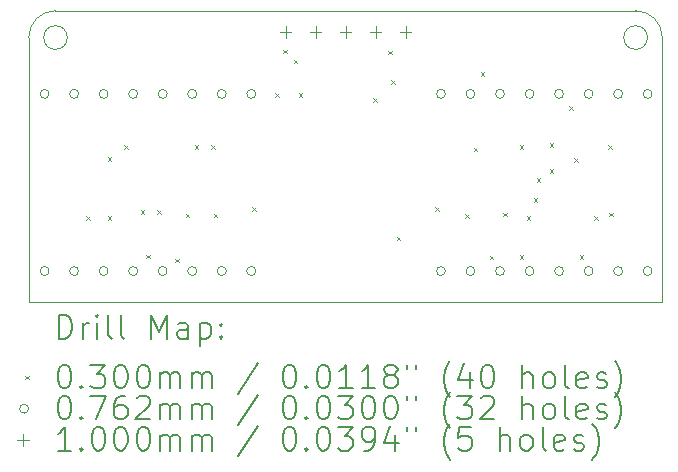
<source format=gbr>
%TF.GenerationSoftware,KiCad,Pcbnew,(6.0.9)*%
%TF.CreationDate,2023-07-18T19:51:59+10:00*%
%TF.ProjectId,VisorPlate2.0,5669736f-7250-46c6-9174-65322e302e6b,rev?*%
%TF.SameCoordinates,Original*%
%TF.FileFunction,Drillmap*%
%TF.FilePolarity,Positive*%
%FSLAX45Y45*%
G04 Gerber Fmt 4.5, Leading zero omitted, Abs format (unit mm)*
G04 Created by KiCad (PCBNEW (6.0.9)) date 2023-07-18 19:51:59*
%MOMM*%
%LPD*%
G01*
G04 APERTURE LIST*
%ADD10C,0.010000*%
%ADD11C,0.100000*%
%ADD12C,0.200000*%
%ADD13C,0.030000*%
%ADD14C,0.076200*%
G04 APERTURE END LIST*
D10*
X10844000Y-9146000D02*
X15756000Y-9146000D01*
X10617000Y-9600000D02*
X10617000Y-9373000D01*
X15983000Y-11611000D02*
X15983000Y-9600000D01*
X15983000Y-9373000D02*
X15983000Y-9600000D01*
D11*
X10944000Y-9373000D02*
G75*
G03*
X10944000Y-9373000I-100000J0D01*
G01*
D10*
X15983000Y-9373000D02*
G75*
G03*
X15756000Y-9146000I-227000J0D01*
G01*
X10617000Y-11611000D02*
X15983000Y-11611000D01*
X10844000Y-9146000D02*
G75*
G03*
X10617000Y-9373000I0J-227000D01*
G01*
X10617000Y-9600000D02*
X10617000Y-11611000D01*
D11*
X15856000Y-9373000D02*
G75*
G03*
X15856000Y-9373000I-100000J0D01*
G01*
D12*
D13*
X11105000Y-10885000D02*
X11135000Y-10915000D01*
X11135000Y-10885000D02*
X11105000Y-10915000D01*
X11285000Y-10385000D02*
X11315000Y-10415000D01*
X11315000Y-10385000D02*
X11285000Y-10415000D01*
X11285000Y-10885000D02*
X11315000Y-10915000D01*
X11315000Y-10885000D02*
X11285000Y-10915000D01*
X11425000Y-10285000D02*
X11455000Y-10315000D01*
X11455000Y-10285000D02*
X11425000Y-10315000D01*
X11566230Y-10837450D02*
X11596230Y-10867450D01*
X11596230Y-10837450D02*
X11566230Y-10867450D01*
X11612450Y-11210000D02*
X11642450Y-11240000D01*
X11642450Y-11210000D02*
X11612450Y-11240000D01*
X11707911Y-10833732D02*
X11737911Y-10863732D01*
X11737911Y-10833732D02*
X11707911Y-10863732D01*
X11860000Y-11247450D02*
X11890000Y-11277450D01*
X11890000Y-11247450D02*
X11860000Y-11277450D01*
X11946230Y-10866230D02*
X11976230Y-10896230D01*
X11976230Y-10866230D02*
X11946230Y-10896230D01*
X12025142Y-10284858D02*
X12055142Y-10314858D01*
X12055142Y-10284858D02*
X12025142Y-10314858D01*
X12165000Y-10285000D02*
X12195000Y-10315000D01*
X12195000Y-10285000D02*
X12165000Y-10315000D01*
X12185000Y-10865000D02*
X12215000Y-10895000D01*
X12215000Y-10865000D02*
X12185000Y-10895000D01*
X12510000Y-10810000D02*
X12540000Y-10840000D01*
X12540000Y-10810000D02*
X12510000Y-10840000D01*
X12705000Y-9845000D02*
X12735000Y-9875000D01*
X12735000Y-9845000D02*
X12705000Y-9875000D01*
X12770480Y-9474520D02*
X12800480Y-9504520D01*
X12800480Y-9474520D02*
X12770480Y-9504520D01*
X12860000Y-9560000D02*
X12890000Y-9590000D01*
X12890000Y-9560000D02*
X12860000Y-9590000D01*
X12905000Y-9845000D02*
X12935000Y-9875000D01*
X12935000Y-9845000D02*
X12905000Y-9875000D01*
X13535000Y-9885000D02*
X13565000Y-9915000D01*
X13565000Y-9885000D02*
X13535000Y-9915000D01*
X13660000Y-9485000D02*
X13690000Y-9515000D01*
X13690000Y-9485000D02*
X13660000Y-9515000D01*
X13685000Y-9735000D02*
X13715000Y-9765000D01*
X13715000Y-9735000D02*
X13685000Y-9765000D01*
X13735000Y-11060000D02*
X13765000Y-11090000D01*
X13765000Y-11060000D02*
X13735000Y-11090000D01*
X14060000Y-10810000D02*
X14090000Y-10840000D01*
X14090000Y-10810000D02*
X14060000Y-10840000D01*
X14312550Y-10871225D02*
X14342550Y-10901225D01*
X14342550Y-10871225D02*
X14312550Y-10901225D01*
X14385000Y-10305000D02*
X14415000Y-10335000D01*
X14415000Y-10305000D02*
X14385000Y-10335000D01*
X14445000Y-9665000D02*
X14475000Y-9695000D01*
X14475000Y-9665000D02*
X14445000Y-9695000D01*
X14522753Y-11220203D02*
X14552753Y-11250203D01*
X14552753Y-11220203D02*
X14522753Y-11250203D01*
X14635000Y-10857450D02*
X14665000Y-10887450D01*
X14665000Y-10857450D02*
X14635000Y-10887450D01*
X14774500Y-11214477D02*
X14804500Y-11244477D01*
X14804500Y-11214477D02*
X14774500Y-11244477D01*
X14775000Y-10285000D02*
X14805000Y-10315000D01*
X14805000Y-10285000D02*
X14775000Y-10315000D01*
X14833770Y-10886230D02*
X14863770Y-10916230D01*
X14863770Y-10886230D02*
X14833770Y-10916230D01*
X14895000Y-10735000D02*
X14925000Y-10765000D01*
X14925000Y-10735000D02*
X14895000Y-10765000D01*
X14918768Y-10562550D02*
X14948768Y-10592550D01*
X14948768Y-10562550D02*
X14918768Y-10592550D01*
X15027270Y-10489730D02*
X15057270Y-10519730D01*
X15057270Y-10489730D02*
X15027270Y-10519730D01*
X15028500Y-10268500D02*
X15058500Y-10298500D01*
X15058500Y-10268500D02*
X15028500Y-10298500D01*
X15195000Y-9955000D02*
X15225000Y-9985000D01*
X15225000Y-9955000D02*
X15195000Y-9985000D01*
X15236144Y-10393860D02*
X15266144Y-10423860D01*
X15266144Y-10393860D02*
X15236144Y-10423860D01*
X15281697Y-11216397D02*
X15311697Y-11246397D01*
X15311697Y-11216397D02*
X15281697Y-11246397D01*
X15405000Y-10885000D02*
X15435000Y-10915000D01*
X15435000Y-10885000D02*
X15405000Y-10915000D01*
X15525000Y-10285000D02*
X15555000Y-10315000D01*
X15555000Y-10285000D02*
X15525000Y-10315000D01*
X15535000Y-10855000D02*
X15565000Y-10885000D01*
X15565000Y-10855000D02*
X15535000Y-10885000D01*
D14*
X10790100Y-9850000D02*
G75*
G03*
X10790100Y-9850000I-38100J0D01*
G01*
X10790100Y-11350000D02*
G75*
G03*
X10790100Y-11350000I-38100J0D01*
G01*
X11040100Y-9850000D02*
G75*
G03*
X11040100Y-9850000I-38100J0D01*
G01*
X11040100Y-11350000D02*
G75*
G03*
X11040100Y-11350000I-38100J0D01*
G01*
X11290100Y-9850000D02*
G75*
G03*
X11290100Y-9850000I-38100J0D01*
G01*
X11290100Y-11350000D02*
G75*
G03*
X11290100Y-11350000I-38100J0D01*
G01*
X11540100Y-9850000D02*
G75*
G03*
X11540100Y-9850000I-38100J0D01*
G01*
X11540100Y-11350000D02*
G75*
G03*
X11540100Y-11350000I-38100J0D01*
G01*
X11790100Y-9850000D02*
G75*
G03*
X11790100Y-9850000I-38100J0D01*
G01*
X11790100Y-11350000D02*
G75*
G03*
X11790100Y-11350000I-38100J0D01*
G01*
X12040100Y-9850000D02*
G75*
G03*
X12040100Y-9850000I-38100J0D01*
G01*
X12040100Y-11350000D02*
G75*
G03*
X12040100Y-11350000I-38100J0D01*
G01*
X12290100Y-9850000D02*
G75*
G03*
X12290100Y-9850000I-38100J0D01*
G01*
X12290100Y-11350000D02*
G75*
G03*
X12290100Y-11350000I-38100J0D01*
G01*
X12540100Y-9850000D02*
G75*
G03*
X12540100Y-9850000I-38100J0D01*
G01*
X12540100Y-11350000D02*
G75*
G03*
X12540100Y-11350000I-38100J0D01*
G01*
X14146100Y-9850000D02*
G75*
G03*
X14146100Y-9850000I-38100J0D01*
G01*
X14146100Y-11350000D02*
G75*
G03*
X14146100Y-11350000I-38100J0D01*
G01*
X14396100Y-9850000D02*
G75*
G03*
X14396100Y-9850000I-38100J0D01*
G01*
X14396100Y-11350000D02*
G75*
G03*
X14396100Y-11350000I-38100J0D01*
G01*
X14646100Y-9850000D02*
G75*
G03*
X14646100Y-9850000I-38100J0D01*
G01*
X14646100Y-11350000D02*
G75*
G03*
X14646100Y-11350000I-38100J0D01*
G01*
X14896100Y-9850000D02*
G75*
G03*
X14896100Y-9850000I-38100J0D01*
G01*
X14896100Y-11350000D02*
G75*
G03*
X14896100Y-11350000I-38100J0D01*
G01*
X15146100Y-9850000D02*
G75*
G03*
X15146100Y-9850000I-38100J0D01*
G01*
X15146100Y-11350000D02*
G75*
G03*
X15146100Y-11350000I-38100J0D01*
G01*
X15396100Y-9850000D02*
G75*
G03*
X15396100Y-9850000I-38100J0D01*
G01*
X15396100Y-11350000D02*
G75*
G03*
X15396100Y-11350000I-38100J0D01*
G01*
X15646100Y-9850000D02*
G75*
G03*
X15646100Y-9850000I-38100J0D01*
G01*
X15646100Y-11350000D02*
G75*
G03*
X15646100Y-11350000I-38100J0D01*
G01*
X15896100Y-9850000D02*
G75*
G03*
X15896100Y-9850000I-38100J0D01*
G01*
X15896100Y-11350000D02*
G75*
G03*
X15896100Y-11350000I-38100J0D01*
G01*
D11*
X12792000Y-9277500D02*
X12792000Y-9377500D01*
X12742000Y-9327500D02*
X12842000Y-9327500D01*
X13046000Y-9277500D02*
X13046000Y-9377500D01*
X12996000Y-9327500D02*
X13096000Y-9327500D01*
X13300000Y-9277500D02*
X13300000Y-9377500D01*
X13250000Y-9327500D02*
X13350000Y-9327500D01*
X13554000Y-9277500D02*
X13554000Y-9377500D01*
X13504000Y-9327500D02*
X13604000Y-9327500D01*
X13808000Y-9277500D02*
X13808000Y-9377500D01*
X13758000Y-9327500D02*
X13858000Y-9327500D01*
D12*
X10874119Y-11921976D02*
X10874119Y-11721976D01*
X10921738Y-11721976D01*
X10950310Y-11731500D01*
X10969357Y-11750548D01*
X10978881Y-11769595D01*
X10988405Y-11807690D01*
X10988405Y-11836262D01*
X10978881Y-11874357D01*
X10969357Y-11893405D01*
X10950310Y-11912452D01*
X10921738Y-11921976D01*
X10874119Y-11921976D01*
X11074119Y-11921976D02*
X11074119Y-11788643D01*
X11074119Y-11826738D02*
X11083643Y-11807690D01*
X11093167Y-11798167D01*
X11112214Y-11788643D01*
X11131262Y-11788643D01*
X11197928Y-11921976D02*
X11197928Y-11788643D01*
X11197928Y-11721976D02*
X11188405Y-11731500D01*
X11197928Y-11741024D01*
X11207452Y-11731500D01*
X11197928Y-11721976D01*
X11197928Y-11741024D01*
X11321738Y-11921976D02*
X11302690Y-11912452D01*
X11293167Y-11893405D01*
X11293167Y-11721976D01*
X11426500Y-11921976D02*
X11407452Y-11912452D01*
X11397928Y-11893405D01*
X11397928Y-11721976D01*
X11655071Y-11921976D02*
X11655071Y-11721976D01*
X11721738Y-11864833D01*
X11788405Y-11721976D01*
X11788405Y-11921976D01*
X11969357Y-11921976D02*
X11969357Y-11817214D01*
X11959833Y-11798167D01*
X11940786Y-11788643D01*
X11902690Y-11788643D01*
X11883643Y-11798167D01*
X11969357Y-11912452D02*
X11950309Y-11921976D01*
X11902690Y-11921976D01*
X11883643Y-11912452D01*
X11874119Y-11893405D01*
X11874119Y-11874357D01*
X11883643Y-11855309D01*
X11902690Y-11845786D01*
X11950309Y-11845786D01*
X11969357Y-11836262D01*
X12064595Y-11788643D02*
X12064595Y-11988643D01*
X12064595Y-11798167D02*
X12083643Y-11788643D01*
X12121738Y-11788643D01*
X12140786Y-11798167D01*
X12150309Y-11807690D01*
X12159833Y-11826738D01*
X12159833Y-11883881D01*
X12150309Y-11902928D01*
X12140786Y-11912452D01*
X12121738Y-11921976D01*
X12083643Y-11921976D01*
X12064595Y-11912452D01*
X12245548Y-11902928D02*
X12255071Y-11912452D01*
X12245548Y-11921976D01*
X12236024Y-11912452D01*
X12245548Y-11902928D01*
X12245548Y-11921976D01*
X12245548Y-11798167D02*
X12255071Y-11807690D01*
X12245548Y-11817214D01*
X12236024Y-11807690D01*
X12245548Y-11798167D01*
X12245548Y-11817214D01*
D13*
X10586500Y-12236500D02*
X10616500Y-12266500D01*
X10616500Y-12236500D02*
X10586500Y-12266500D01*
D12*
X10912214Y-12141976D02*
X10931262Y-12141976D01*
X10950310Y-12151500D01*
X10959833Y-12161024D01*
X10969357Y-12180071D01*
X10978881Y-12218167D01*
X10978881Y-12265786D01*
X10969357Y-12303881D01*
X10959833Y-12322928D01*
X10950310Y-12332452D01*
X10931262Y-12341976D01*
X10912214Y-12341976D01*
X10893167Y-12332452D01*
X10883643Y-12322928D01*
X10874119Y-12303881D01*
X10864595Y-12265786D01*
X10864595Y-12218167D01*
X10874119Y-12180071D01*
X10883643Y-12161024D01*
X10893167Y-12151500D01*
X10912214Y-12141976D01*
X11064595Y-12322928D02*
X11074119Y-12332452D01*
X11064595Y-12341976D01*
X11055071Y-12332452D01*
X11064595Y-12322928D01*
X11064595Y-12341976D01*
X11140786Y-12141976D02*
X11264595Y-12141976D01*
X11197928Y-12218167D01*
X11226500Y-12218167D01*
X11245548Y-12227690D01*
X11255071Y-12237214D01*
X11264595Y-12256262D01*
X11264595Y-12303881D01*
X11255071Y-12322928D01*
X11245548Y-12332452D01*
X11226500Y-12341976D01*
X11169357Y-12341976D01*
X11150310Y-12332452D01*
X11140786Y-12322928D01*
X11388405Y-12141976D02*
X11407452Y-12141976D01*
X11426500Y-12151500D01*
X11436024Y-12161024D01*
X11445548Y-12180071D01*
X11455071Y-12218167D01*
X11455071Y-12265786D01*
X11445548Y-12303881D01*
X11436024Y-12322928D01*
X11426500Y-12332452D01*
X11407452Y-12341976D01*
X11388405Y-12341976D01*
X11369357Y-12332452D01*
X11359833Y-12322928D01*
X11350309Y-12303881D01*
X11340786Y-12265786D01*
X11340786Y-12218167D01*
X11350309Y-12180071D01*
X11359833Y-12161024D01*
X11369357Y-12151500D01*
X11388405Y-12141976D01*
X11578881Y-12141976D02*
X11597928Y-12141976D01*
X11616976Y-12151500D01*
X11626500Y-12161024D01*
X11636024Y-12180071D01*
X11645548Y-12218167D01*
X11645548Y-12265786D01*
X11636024Y-12303881D01*
X11626500Y-12322928D01*
X11616976Y-12332452D01*
X11597928Y-12341976D01*
X11578881Y-12341976D01*
X11559833Y-12332452D01*
X11550309Y-12322928D01*
X11540786Y-12303881D01*
X11531262Y-12265786D01*
X11531262Y-12218167D01*
X11540786Y-12180071D01*
X11550309Y-12161024D01*
X11559833Y-12151500D01*
X11578881Y-12141976D01*
X11731262Y-12341976D02*
X11731262Y-12208643D01*
X11731262Y-12227690D02*
X11740786Y-12218167D01*
X11759833Y-12208643D01*
X11788405Y-12208643D01*
X11807452Y-12218167D01*
X11816976Y-12237214D01*
X11816976Y-12341976D01*
X11816976Y-12237214D02*
X11826500Y-12218167D01*
X11845548Y-12208643D01*
X11874119Y-12208643D01*
X11893167Y-12218167D01*
X11902690Y-12237214D01*
X11902690Y-12341976D01*
X11997928Y-12341976D02*
X11997928Y-12208643D01*
X11997928Y-12227690D02*
X12007452Y-12218167D01*
X12026500Y-12208643D01*
X12055071Y-12208643D01*
X12074119Y-12218167D01*
X12083643Y-12237214D01*
X12083643Y-12341976D01*
X12083643Y-12237214D02*
X12093167Y-12218167D01*
X12112214Y-12208643D01*
X12140786Y-12208643D01*
X12159833Y-12218167D01*
X12169357Y-12237214D01*
X12169357Y-12341976D01*
X12559833Y-12132452D02*
X12388405Y-12389595D01*
X12816976Y-12141976D02*
X12836024Y-12141976D01*
X12855071Y-12151500D01*
X12864595Y-12161024D01*
X12874119Y-12180071D01*
X12883643Y-12218167D01*
X12883643Y-12265786D01*
X12874119Y-12303881D01*
X12864595Y-12322928D01*
X12855071Y-12332452D01*
X12836024Y-12341976D01*
X12816976Y-12341976D01*
X12797928Y-12332452D01*
X12788405Y-12322928D01*
X12778881Y-12303881D01*
X12769357Y-12265786D01*
X12769357Y-12218167D01*
X12778881Y-12180071D01*
X12788405Y-12161024D01*
X12797928Y-12151500D01*
X12816976Y-12141976D01*
X12969357Y-12322928D02*
X12978881Y-12332452D01*
X12969357Y-12341976D01*
X12959833Y-12332452D01*
X12969357Y-12322928D01*
X12969357Y-12341976D01*
X13102690Y-12141976D02*
X13121738Y-12141976D01*
X13140786Y-12151500D01*
X13150309Y-12161024D01*
X13159833Y-12180071D01*
X13169357Y-12218167D01*
X13169357Y-12265786D01*
X13159833Y-12303881D01*
X13150309Y-12322928D01*
X13140786Y-12332452D01*
X13121738Y-12341976D01*
X13102690Y-12341976D01*
X13083643Y-12332452D01*
X13074119Y-12322928D01*
X13064595Y-12303881D01*
X13055071Y-12265786D01*
X13055071Y-12218167D01*
X13064595Y-12180071D01*
X13074119Y-12161024D01*
X13083643Y-12151500D01*
X13102690Y-12141976D01*
X13359833Y-12341976D02*
X13245548Y-12341976D01*
X13302690Y-12341976D02*
X13302690Y-12141976D01*
X13283643Y-12170548D01*
X13264595Y-12189595D01*
X13245548Y-12199119D01*
X13550309Y-12341976D02*
X13436024Y-12341976D01*
X13493167Y-12341976D02*
X13493167Y-12141976D01*
X13474119Y-12170548D01*
X13455071Y-12189595D01*
X13436024Y-12199119D01*
X13664595Y-12227690D02*
X13645548Y-12218167D01*
X13636024Y-12208643D01*
X13626500Y-12189595D01*
X13626500Y-12180071D01*
X13636024Y-12161024D01*
X13645548Y-12151500D01*
X13664595Y-12141976D01*
X13702690Y-12141976D01*
X13721738Y-12151500D01*
X13731262Y-12161024D01*
X13740786Y-12180071D01*
X13740786Y-12189595D01*
X13731262Y-12208643D01*
X13721738Y-12218167D01*
X13702690Y-12227690D01*
X13664595Y-12227690D01*
X13645548Y-12237214D01*
X13636024Y-12246738D01*
X13626500Y-12265786D01*
X13626500Y-12303881D01*
X13636024Y-12322928D01*
X13645548Y-12332452D01*
X13664595Y-12341976D01*
X13702690Y-12341976D01*
X13721738Y-12332452D01*
X13731262Y-12322928D01*
X13740786Y-12303881D01*
X13740786Y-12265786D01*
X13731262Y-12246738D01*
X13721738Y-12237214D01*
X13702690Y-12227690D01*
X13816976Y-12141976D02*
X13816976Y-12180071D01*
X13893167Y-12141976D02*
X13893167Y-12180071D01*
X14188405Y-12418167D02*
X14178881Y-12408643D01*
X14159833Y-12380071D01*
X14150309Y-12361024D01*
X14140786Y-12332452D01*
X14131262Y-12284833D01*
X14131262Y-12246738D01*
X14140786Y-12199119D01*
X14150309Y-12170548D01*
X14159833Y-12151500D01*
X14178881Y-12122928D01*
X14188405Y-12113405D01*
X14350309Y-12208643D02*
X14350309Y-12341976D01*
X14302690Y-12132452D02*
X14255071Y-12275309D01*
X14378881Y-12275309D01*
X14493167Y-12141976D02*
X14512214Y-12141976D01*
X14531262Y-12151500D01*
X14540786Y-12161024D01*
X14550309Y-12180071D01*
X14559833Y-12218167D01*
X14559833Y-12265786D01*
X14550309Y-12303881D01*
X14540786Y-12322928D01*
X14531262Y-12332452D01*
X14512214Y-12341976D01*
X14493167Y-12341976D01*
X14474119Y-12332452D01*
X14464595Y-12322928D01*
X14455071Y-12303881D01*
X14445548Y-12265786D01*
X14445548Y-12218167D01*
X14455071Y-12180071D01*
X14464595Y-12161024D01*
X14474119Y-12151500D01*
X14493167Y-12141976D01*
X14797928Y-12341976D02*
X14797928Y-12141976D01*
X14883643Y-12341976D02*
X14883643Y-12237214D01*
X14874119Y-12218167D01*
X14855071Y-12208643D01*
X14826500Y-12208643D01*
X14807452Y-12218167D01*
X14797928Y-12227690D01*
X15007452Y-12341976D02*
X14988405Y-12332452D01*
X14978881Y-12322928D01*
X14969357Y-12303881D01*
X14969357Y-12246738D01*
X14978881Y-12227690D01*
X14988405Y-12218167D01*
X15007452Y-12208643D01*
X15036024Y-12208643D01*
X15055071Y-12218167D01*
X15064595Y-12227690D01*
X15074119Y-12246738D01*
X15074119Y-12303881D01*
X15064595Y-12322928D01*
X15055071Y-12332452D01*
X15036024Y-12341976D01*
X15007452Y-12341976D01*
X15188405Y-12341976D02*
X15169357Y-12332452D01*
X15159833Y-12313405D01*
X15159833Y-12141976D01*
X15340786Y-12332452D02*
X15321738Y-12341976D01*
X15283643Y-12341976D01*
X15264595Y-12332452D01*
X15255071Y-12313405D01*
X15255071Y-12237214D01*
X15264595Y-12218167D01*
X15283643Y-12208643D01*
X15321738Y-12208643D01*
X15340786Y-12218167D01*
X15350309Y-12237214D01*
X15350309Y-12256262D01*
X15255071Y-12275309D01*
X15426500Y-12332452D02*
X15445548Y-12341976D01*
X15483643Y-12341976D01*
X15502690Y-12332452D01*
X15512214Y-12313405D01*
X15512214Y-12303881D01*
X15502690Y-12284833D01*
X15483643Y-12275309D01*
X15455071Y-12275309D01*
X15436024Y-12265786D01*
X15426500Y-12246738D01*
X15426500Y-12237214D01*
X15436024Y-12218167D01*
X15455071Y-12208643D01*
X15483643Y-12208643D01*
X15502690Y-12218167D01*
X15578881Y-12418167D02*
X15588405Y-12408643D01*
X15607452Y-12380071D01*
X15616976Y-12361024D01*
X15626500Y-12332452D01*
X15636024Y-12284833D01*
X15636024Y-12246738D01*
X15626500Y-12199119D01*
X15616976Y-12170548D01*
X15607452Y-12151500D01*
X15588405Y-12122928D01*
X15578881Y-12113405D01*
D14*
X10616500Y-12515500D02*
G75*
G03*
X10616500Y-12515500I-38100J0D01*
G01*
D12*
X10912214Y-12405976D02*
X10931262Y-12405976D01*
X10950310Y-12415500D01*
X10959833Y-12425024D01*
X10969357Y-12444071D01*
X10978881Y-12482167D01*
X10978881Y-12529786D01*
X10969357Y-12567881D01*
X10959833Y-12586928D01*
X10950310Y-12596452D01*
X10931262Y-12605976D01*
X10912214Y-12605976D01*
X10893167Y-12596452D01*
X10883643Y-12586928D01*
X10874119Y-12567881D01*
X10864595Y-12529786D01*
X10864595Y-12482167D01*
X10874119Y-12444071D01*
X10883643Y-12425024D01*
X10893167Y-12415500D01*
X10912214Y-12405976D01*
X11064595Y-12586928D02*
X11074119Y-12596452D01*
X11064595Y-12605976D01*
X11055071Y-12596452D01*
X11064595Y-12586928D01*
X11064595Y-12605976D01*
X11140786Y-12405976D02*
X11274119Y-12405976D01*
X11188405Y-12605976D01*
X11436024Y-12405976D02*
X11397928Y-12405976D01*
X11378881Y-12415500D01*
X11369357Y-12425024D01*
X11350309Y-12453595D01*
X11340786Y-12491690D01*
X11340786Y-12567881D01*
X11350309Y-12586928D01*
X11359833Y-12596452D01*
X11378881Y-12605976D01*
X11416976Y-12605976D01*
X11436024Y-12596452D01*
X11445548Y-12586928D01*
X11455071Y-12567881D01*
X11455071Y-12520262D01*
X11445548Y-12501214D01*
X11436024Y-12491690D01*
X11416976Y-12482167D01*
X11378881Y-12482167D01*
X11359833Y-12491690D01*
X11350309Y-12501214D01*
X11340786Y-12520262D01*
X11531262Y-12425024D02*
X11540786Y-12415500D01*
X11559833Y-12405976D01*
X11607452Y-12405976D01*
X11626500Y-12415500D01*
X11636024Y-12425024D01*
X11645548Y-12444071D01*
X11645548Y-12463119D01*
X11636024Y-12491690D01*
X11521738Y-12605976D01*
X11645548Y-12605976D01*
X11731262Y-12605976D02*
X11731262Y-12472643D01*
X11731262Y-12491690D02*
X11740786Y-12482167D01*
X11759833Y-12472643D01*
X11788405Y-12472643D01*
X11807452Y-12482167D01*
X11816976Y-12501214D01*
X11816976Y-12605976D01*
X11816976Y-12501214D02*
X11826500Y-12482167D01*
X11845548Y-12472643D01*
X11874119Y-12472643D01*
X11893167Y-12482167D01*
X11902690Y-12501214D01*
X11902690Y-12605976D01*
X11997928Y-12605976D02*
X11997928Y-12472643D01*
X11997928Y-12491690D02*
X12007452Y-12482167D01*
X12026500Y-12472643D01*
X12055071Y-12472643D01*
X12074119Y-12482167D01*
X12083643Y-12501214D01*
X12083643Y-12605976D01*
X12083643Y-12501214D02*
X12093167Y-12482167D01*
X12112214Y-12472643D01*
X12140786Y-12472643D01*
X12159833Y-12482167D01*
X12169357Y-12501214D01*
X12169357Y-12605976D01*
X12559833Y-12396452D02*
X12388405Y-12653595D01*
X12816976Y-12405976D02*
X12836024Y-12405976D01*
X12855071Y-12415500D01*
X12864595Y-12425024D01*
X12874119Y-12444071D01*
X12883643Y-12482167D01*
X12883643Y-12529786D01*
X12874119Y-12567881D01*
X12864595Y-12586928D01*
X12855071Y-12596452D01*
X12836024Y-12605976D01*
X12816976Y-12605976D01*
X12797928Y-12596452D01*
X12788405Y-12586928D01*
X12778881Y-12567881D01*
X12769357Y-12529786D01*
X12769357Y-12482167D01*
X12778881Y-12444071D01*
X12788405Y-12425024D01*
X12797928Y-12415500D01*
X12816976Y-12405976D01*
X12969357Y-12586928D02*
X12978881Y-12596452D01*
X12969357Y-12605976D01*
X12959833Y-12596452D01*
X12969357Y-12586928D01*
X12969357Y-12605976D01*
X13102690Y-12405976D02*
X13121738Y-12405976D01*
X13140786Y-12415500D01*
X13150309Y-12425024D01*
X13159833Y-12444071D01*
X13169357Y-12482167D01*
X13169357Y-12529786D01*
X13159833Y-12567881D01*
X13150309Y-12586928D01*
X13140786Y-12596452D01*
X13121738Y-12605976D01*
X13102690Y-12605976D01*
X13083643Y-12596452D01*
X13074119Y-12586928D01*
X13064595Y-12567881D01*
X13055071Y-12529786D01*
X13055071Y-12482167D01*
X13064595Y-12444071D01*
X13074119Y-12425024D01*
X13083643Y-12415500D01*
X13102690Y-12405976D01*
X13236024Y-12405976D02*
X13359833Y-12405976D01*
X13293167Y-12482167D01*
X13321738Y-12482167D01*
X13340786Y-12491690D01*
X13350309Y-12501214D01*
X13359833Y-12520262D01*
X13359833Y-12567881D01*
X13350309Y-12586928D01*
X13340786Y-12596452D01*
X13321738Y-12605976D01*
X13264595Y-12605976D01*
X13245548Y-12596452D01*
X13236024Y-12586928D01*
X13483643Y-12405976D02*
X13502690Y-12405976D01*
X13521738Y-12415500D01*
X13531262Y-12425024D01*
X13540786Y-12444071D01*
X13550309Y-12482167D01*
X13550309Y-12529786D01*
X13540786Y-12567881D01*
X13531262Y-12586928D01*
X13521738Y-12596452D01*
X13502690Y-12605976D01*
X13483643Y-12605976D01*
X13464595Y-12596452D01*
X13455071Y-12586928D01*
X13445548Y-12567881D01*
X13436024Y-12529786D01*
X13436024Y-12482167D01*
X13445548Y-12444071D01*
X13455071Y-12425024D01*
X13464595Y-12415500D01*
X13483643Y-12405976D01*
X13674119Y-12405976D02*
X13693167Y-12405976D01*
X13712214Y-12415500D01*
X13721738Y-12425024D01*
X13731262Y-12444071D01*
X13740786Y-12482167D01*
X13740786Y-12529786D01*
X13731262Y-12567881D01*
X13721738Y-12586928D01*
X13712214Y-12596452D01*
X13693167Y-12605976D01*
X13674119Y-12605976D01*
X13655071Y-12596452D01*
X13645548Y-12586928D01*
X13636024Y-12567881D01*
X13626500Y-12529786D01*
X13626500Y-12482167D01*
X13636024Y-12444071D01*
X13645548Y-12425024D01*
X13655071Y-12415500D01*
X13674119Y-12405976D01*
X13816976Y-12405976D02*
X13816976Y-12444071D01*
X13893167Y-12405976D02*
X13893167Y-12444071D01*
X14188405Y-12682167D02*
X14178881Y-12672643D01*
X14159833Y-12644071D01*
X14150309Y-12625024D01*
X14140786Y-12596452D01*
X14131262Y-12548833D01*
X14131262Y-12510738D01*
X14140786Y-12463119D01*
X14150309Y-12434548D01*
X14159833Y-12415500D01*
X14178881Y-12386928D01*
X14188405Y-12377405D01*
X14245548Y-12405976D02*
X14369357Y-12405976D01*
X14302690Y-12482167D01*
X14331262Y-12482167D01*
X14350309Y-12491690D01*
X14359833Y-12501214D01*
X14369357Y-12520262D01*
X14369357Y-12567881D01*
X14359833Y-12586928D01*
X14350309Y-12596452D01*
X14331262Y-12605976D01*
X14274119Y-12605976D01*
X14255071Y-12596452D01*
X14245548Y-12586928D01*
X14445548Y-12425024D02*
X14455071Y-12415500D01*
X14474119Y-12405976D01*
X14521738Y-12405976D01*
X14540786Y-12415500D01*
X14550309Y-12425024D01*
X14559833Y-12444071D01*
X14559833Y-12463119D01*
X14550309Y-12491690D01*
X14436024Y-12605976D01*
X14559833Y-12605976D01*
X14797928Y-12605976D02*
X14797928Y-12405976D01*
X14883643Y-12605976D02*
X14883643Y-12501214D01*
X14874119Y-12482167D01*
X14855071Y-12472643D01*
X14826500Y-12472643D01*
X14807452Y-12482167D01*
X14797928Y-12491690D01*
X15007452Y-12605976D02*
X14988405Y-12596452D01*
X14978881Y-12586928D01*
X14969357Y-12567881D01*
X14969357Y-12510738D01*
X14978881Y-12491690D01*
X14988405Y-12482167D01*
X15007452Y-12472643D01*
X15036024Y-12472643D01*
X15055071Y-12482167D01*
X15064595Y-12491690D01*
X15074119Y-12510738D01*
X15074119Y-12567881D01*
X15064595Y-12586928D01*
X15055071Y-12596452D01*
X15036024Y-12605976D01*
X15007452Y-12605976D01*
X15188405Y-12605976D02*
X15169357Y-12596452D01*
X15159833Y-12577405D01*
X15159833Y-12405976D01*
X15340786Y-12596452D02*
X15321738Y-12605976D01*
X15283643Y-12605976D01*
X15264595Y-12596452D01*
X15255071Y-12577405D01*
X15255071Y-12501214D01*
X15264595Y-12482167D01*
X15283643Y-12472643D01*
X15321738Y-12472643D01*
X15340786Y-12482167D01*
X15350309Y-12501214D01*
X15350309Y-12520262D01*
X15255071Y-12539309D01*
X15426500Y-12596452D02*
X15445548Y-12605976D01*
X15483643Y-12605976D01*
X15502690Y-12596452D01*
X15512214Y-12577405D01*
X15512214Y-12567881D01*
X15502690Y-12548833D01*
X15483643Y-12539309D01*
X15455071Y-12539309D01*
X15436024Y-12529786D01*
X15426500Y-12510738D01*
X15426500Y-12501214D01*
X15436024Y-12482167D01*
X15455071Y-12472643D01*
X15483643Y-12472643D01*
X15502690Y-12482167D01*
X15578881Y-12682167D02*
X15588405Y-12672643D01*
X15607452Y-12644071D01*
X15616976Y-12625024D01*
X15626500Y-12596452D01*
X15636024Y-12548833D01*
X15636024Y-12510738D01*
X15626500Y-12463119D01*
X15616976Y-12434548D01*
X15607452Y-12415500D01*
X15588405Y-12386928D01*
X15578881Y-12377405D01*
D11*
X10566500Y-12729500D02*
X10566500Y-12829500D01*
X10516500Y-12779500D02*
X10616500Y-12779500D01*
D12*
X10978881Y-12869976D02*
X10864595Y-12869976D01*
X10921738Y-12869976D02*
X10921738Y-12669976D01*
X10902690Y-12698548D01*
X10883643Y-12717595D01*
X10864595Y-12727119D01*
X11064595Y-12850928D02*
X11074119Y-12860452D01*
X11064595Y-12869976D01*
X11055071Y-12860452D01*
X11064595Y-12850928D01*
X11064595Y-12869976D01*
X11197928Y-12669976D02*
X11216976Y-12669976D01*
X11236024Y-12679500D01*
X11245548Y-12689024D01*
X11255071Y-12708071D01*
X11264595Y-12746167D01*
X11264595Y-12793786D01*
X11255071Y-12831881D01*
X11245548Y-12850928D01*
X11236024Y-12860452D01*
X11216976Y-12869976D01*
X11197928Y-12869976D01*
X11178881Y-12860452D01*
X11169357Y-12850928D01*
X11159833Y-12831881D01*
X11150310Y-12793786D01*
X11150310Y-12746167D01*
X11159833Y-12708071D01*
X11169357Y-12689024D01*
X11178881Y-12679500D01*
X11197928Y-12669976D01*
X11388405Y-12669976D02*
X11407452Y-12669976D01*
X11426500Y-12679500D01*
X11436024Y-12689024D01*
X11445548Y-12708071D01*
X11455071Y-12746167D01*
X11455071Y-12793786D01*
X11445548Y-12831881D01*
X11436024Y-12850928D01*
X11426500Y-12860452D01*
X11407452Y-12869976D01*
X11388405Y-12869976D01*
X11369357Y-12860452D01*
X11359833Y-12850928D01*
X11350309Y-12831881D01*
X11340786Y-12793786D01*
X11340786Y-12746167D01*
X11350309Y-12708071D01*
X11359833Y-12689024D01*
X11369357Y-12679500D01*
X11388405Y-12669976D01*
X11578881Y-12669976D02*
X11597928Y-12669976D01*
X11616976Y-12679500D01*
X11626500Y-12689024D01*
X11636024Y-12708071D01*
X11645548Y-12746167D01*
X11645548Y-12793786D01*
X11636024Y-12831881D01*
X11626500Y-12850928D01*
X11616976Y-12860452D01*
X11597928Y-12869976D01*
X11578881Y-12869976D01*
X11559833Y-12860452D01*
X11550309Y-12850928D01*
X11540786Y-12831881D01*
X11531262Y-12793786D01*
X11531262Y-12746167D01*
X11540786Y-12708071D01*
X11550309Y-12689024D01*
X11559833Y-12679500D01*
X11578881Y-12669976D01*
X11731262Y-12869976D02*
X11731262Y-12736643D01*
X11731262Y-12755690D02*
X11740786Y-12746167D01*
X11759833Y-12736643D01*
X11788405Y-12736643D01*
X11807452Y-12746167D01*
X11816976Y-12765214D01*
X11816976Y-12869976D01*
X11816976Y-12765214D02*
X11826500Y-12746167D01*
X11845548Y-12736643D01*
X11874119Y-12736643D01*
X11893167Y-12746167D01*
X11902690Y-12765214D01*
X11902690Y-12869976D01*
X11997928Y-12869976D02*
X11997928Y-12736643D01*
X11997928Y-12755690D02*
X12007452Y-12746167D01*
X12026500Y-12736643D01*
X12055071Y-12736643D01*
X12074119Y-12746167D01*
X12083643Y-12765214D01*
X12083643Y-12869976D01*
X12083643Y-12765214D02*
X12093167Y-12746167D01*
X12112214Y-12736643D01*
X12140786Y-12736643D01*
X12159833Y-12746167D01*
X12169357Y-12765214D01*
X12169357Y-12869976D01*
X12559833Y-12660452D02*
X12388405Y-12917595D01*
X12816976Y-12669976D02*
X12836024Y-12669976D01*
X12855071Y-12679500D01*
X12864595Y-12689024D01*
X12874119Y-12708071D01*
X12883643Y-12746167D01*
X12883643Y-12793786D01*
X12874119Y-12831881D01*
X12864595Y-12850928D01*
X12855071Y-12860452D01*
X12836024Y-12869976D01*
X12816976Y-12869976D01*
X12797928Y-12860452D01*
X12788405Y-12850928D01*
X12778881Y-12831881D01*
X12769357Y-12793786D01*
X12769357Y-12746167D01*
X12778881Y-12708071D01*
X12788405Y-12689024D01*
X12797928Y-12679500D01*
X12816976Y-12669976D01*
X12969357Y-12850928D02*
X12978881Y-12860452D01*
X12969357Y-12869976D01*
X12959833Y-12860452D01*
X12969357Y-12850928D01*
X12969357Y-12869976D01*
X13102690Y-12669976D02*
X13121738Y-12669976D01*
X13140786Y-12679500D01*
X13150309Y-12689024D01*
X13159833Y-12708071D01*
X13169357Y-12746167D01*
X13169357Y-12793786D01*
X13159833Y-12831881D01*
X13150309Y-12850928D01*
X13140786Y-12860452D01*
X13121738Y-12869976D01*
X13102690Y-12869976D01*
X13083643Y-12860452D01*
X13074119Y-12850928D01*
X13064595Y-12831881D01*
X13055071Y-12793786D01*
X13055071Y-12746167D01*
X13064595Y-12708071D01*
X13074119Y-12689024D01*
X13083643Y-12679500D01*
X13102690Y-12669976D01*
X13236024Y-12669976D02*
X13359833Y-12669976D01*
X13293167Y-12746167D01*
X13321738Y-12746167D01*
X13340786Y-12755690D01*
X13350309Y-12765214D01*
X13359833Y-12784262D01*
X13359833Y-12831881D01*
X13350309Y-12850928D01*
X13340786Y-12860452D01*
X13321738Y-12869976D01*
X13264595Y-12869976D01*
X13245548Y-12860452D01*
X13236024Y-12850928D01*
X13455071Y-12869976D02*
X13493167Y-12869976D01*
X13512214Y-12860452D01*
X13521738Y-12850928D01*
X13540786Y-12822357D01*
X13550309Y-12784262D01*
X13550309Y-12708071D01*
X13540786Y-12689024D01*
X13531262Y-12679500D01*
X13512214Y-12669976D01*
X13474119Y-12669976D01*
X13455071Y-12679500D01*
X13445548Y-12689024D01*
X13436024Y-12708071D01*
X13436024Y-12755690D01*
X13445548Y-12774738D01*
X13455071Y-12784262D01*
X13474119Y-12793786D01*
X13512214Y-12793786D01*
X13531262Y-12784262D01*
X13540786Y-12774738D01*
X13550309Y-12755690D01*
X13721738Y-12736643D02*
X13721738Y-12869976D01*
X13674119Y-12660452D02*
X13626500Y-12803309D01*
X13750309Y-12803309D01*
X13816976Y-12669976D02*
X13816976Y-12708071D01*
X13893167Y-12669976D02*
X13893167Y-12708071D01*
X14188405Y-12946167D02*
X14178881Y-12936643D01*
X14159833Y-12908071D01*
X14150309Y-12889024D01*
X14140786Y-12860452D01*
X14131262Y-12812833D01*
X14131262Y-12774738D01*
X14140786Y-12727119D01*
X14150309Y-12698548D01*
X14159833Y-12679500D01*
X14178881Y-12650928D01*
X14188405Y-12641405D01*
X14359833Y-12669976D02*
X14264595Y-12669976D01*
X14255071Y-12765214D01*
X14264595Y-12755690D01*
X14283643Y-12746167D01*
X14331262Y-12746167D01*
X14350309Y-12755690D01*
X14359833Y-12765214D01*
X14369357Y-12784262D01*
X14369357Y-12831881D01*
X14359833Y-12850928D01*
X14350309Y-12860452D01*
X14331262Y-12869976D01*
X14283643Y-12869976D01*
X14264595Y-12860452D01*
X14255071Y-12850928D01*
X14607452Y-12869976D02*
X14607452Y-12669976D01*
X14693167Y-12869976D02*
X14693167Y-12765214D01*
X14683643Y-12746167D01*
X14664595Y-12736643D01*
X14636024Y-12736643D01*
X14616976Y-12746167D01*
X14607452Y-12755690D01*
X14816976Y-12869976D02*
X14797928Y-12860452D01*
X14788405Y-12850928D01*
X14778881Y-12831881D01*
X14778881Y-12774738D01*
X14788405Y-12755690D01*
X14797928Y-12746167D01*
X14816976Y-12736643D01*
X14845548Y-12736643D01*
X14864595Y-12746167D01*
X14874119Y-12755690D01*
X14883643Y-12774738D01*
X14883643Y-12831881D01*
X14874119Y-12850928D01*
X14864595Y-12860452D01*
X14845548Y-12869976D01*
X14816976Y-12869976D01*
X14997928Y-12869976D02*
X14978881Y-12860452D01*
X14969357Y-12841405D01*
X14969357Y-12669976D01*
X15150309Y-12860452D02*
X15131262Y-12869976D01*
X15093167Y-12869976D01*
X15074119Y-12860452D01*
X15064595Y-12841405D01*
X15064595Y-12765214D01*
X15074119Y-12746167D01*
X15093167Y-12736643D01*
X15131262Y-12736643D01*
X15150309Y-12746167D01*
X15159833Y-12765214D01*
X15159833Y-12784262D01*
X15064595Y-12803309D01*
X15236024Y-12860452D02*
X15255071Y-12869976D01*
X15293167Y-12869976D01*
X15312214Y-12860452D01*
X15321738Y-12841405D01*
X15321738Y-12831881D01*
X15312214Y-12812833D01*
X15293167Y-12803309D01*
X15264595Y-12803309D01*
X15245548Y-12793786D01*
X15236024Y-12774738D01*
X15236024Y-12765214D01*
X15245548Y-12746167D01*
X15264595Y-12736643D01*
X15293167Y-12736643D01*
X15312214Y-12746167D01*
X15388405Y-12946167D02*
X15397928Y-12936643D01*
X15416976Y-12908071D01*
X15426500Y-12889024D01*
X15436024Y-12860452D01*
X15445548Y-12812833D01*
X15445548Y-12774738D01*
X15436024Y-12727119D01*
X15426500Y-12698548D01*
X15416976Y-12679500D01*
X15397928Y-12650928D01*
X15388405Y-12641405D01*
M02*

</source>
